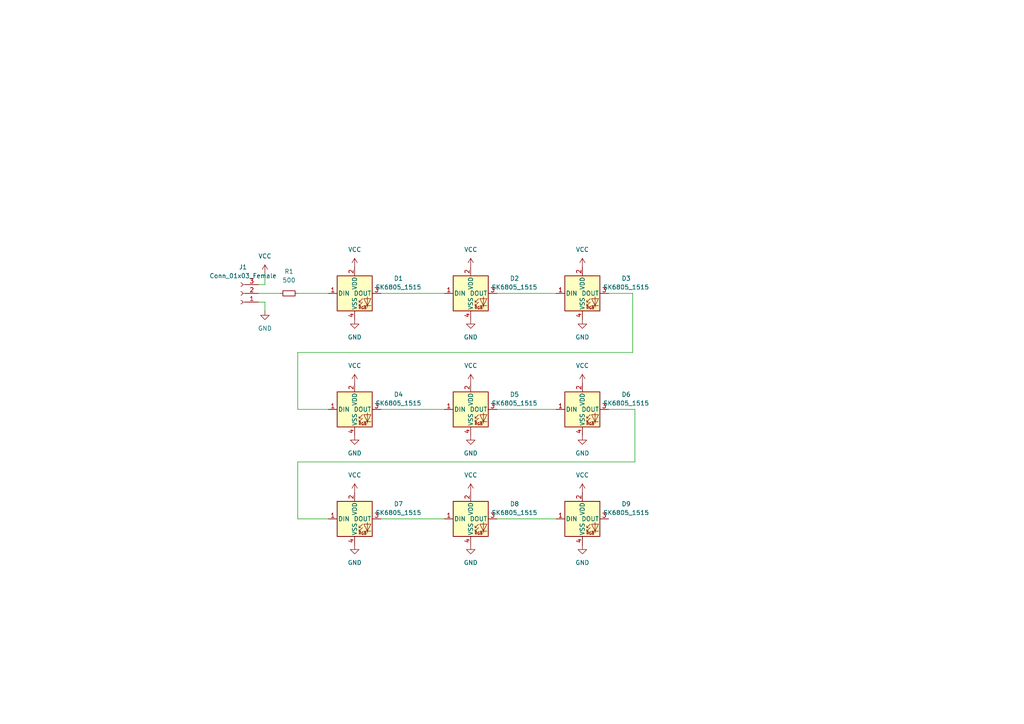
<source format=kicad_sch>
(kicad_sch (version 20211123) (generator eeschema)
  (paper "A4")
  (title_block (title "<<ID>>_<<project_name>>") (date "<<date>>") (rev "<<version>>") (comment 4 "<<hash>>"))
  (lib_symbols
    (symbol "Connector:Conn_01x03_Female" (pin_names (offset 1.016) hide)
      (property "Reference" "J" (at 0 5.08 0))
      (property "Value" "Conn_01x03_Female" (at 0 -5.08 0))
      (symbol "Conn_01x03_Female_1_1"
        (arc (start 0 -2.032) (mid -0.508 -2.54) (end 0 -3.048) (stroke (width 0.1524)))
        (polyline (pts (xy -1.27 -2.54) (xy -0.508 -2.54)) (stroke (width 0.1524)))
        (polyline (pts (xy -1.27 0) (xy -0.508 0)) (stroke (width 0.1524)))
        (polyline (pts (xy -1.27 2.54) (xy -0.508 2.54)) (stroke (width 0.1524)))
        (arc (start 0 0.508) (mid -0.508 0) (end 0 -0.508) (stroke (width 0.1524)))
        (arc (start 0 3.048) (mid -0.508 2.54) (end 0 2.032) (stroke (width 0.1524)))
        (pin passive line (at -5.08 2.54 0) (length 3.81) (name "Pin_1") (number "1"))
        (pin passive line (at -5.08 0 0) (length 3.81) (name "Pin_2") (number "2"))
        (pin passive line (at -5.08 -2.54 0) (length 3.81) (name "Pin_3") (number "3"))
      )
    )
    (symbol "Device:R_Small" (pin_numbers hide) (pin_names (offset 0.254) hide)
      (property "Reference" "R" (at 0.762 0.508 0))
      (property "Value" "R_Small" (at 0.762 -1.016 0))
      (symbol "R_Small_0_1"
        (rectangle (start -0.762 1.778) (end 0.762 -1.778) (stroke (width 0.2032)))
      )
      (symbol "R_Small_1_1"
        (pin passive line (at 0 2.54 270) (length 0.762) (name "~") (number "1"))
        (pin passive line (at 0 -2.54 90) (length 0.762) (name "~") (number "2"))
      )
    )
    (symbol "LED_custom:SK6805_1515" (pin_names (offset 0.254))
      (property "Reference" "D" (at 5.08 5.715 0))
      (property "Value" "SK6805_1515" (at 1.27 -5.715 0))
      (symbol "SK6805_1515_0_0"
        (text "RGB" (at 2.286 -4.191 0) (effects (font (size 0.762 0.762))))
      )
      (symbol "SK6805_1515_0_1"
        (polyline (pts (xy 1.27 -3.556) (xy 1.778 -3.556)))
        (polyline (pts (xy 1.27 -2.54) (xy 1.778 -2.54)))
        (polyline (pts (xy 4.699 -3.556) (xy 2.667 -3.556)))
        (polyline (pts (xy 2.286 -2.54) (xy 1.27 -3.556) (xy 1.27 -3.048)))
        (polyline (pts (xy 2.286 -1.524) (xy 1.27 -2.54) (xy 1.27 -2.032)))
        (polyline (pts (xy 3.683 -1.016) (xy 3.683 -3.556) (xy 3.683 -4.064)))
        (polyline (pts (xy 4.699 -1.524) (xy 2.667 -1.524) (xy 3.683 -3.556) (xy 4.699 -1.524)))
        (rectangle (start 5.08 5.08) (end -5.08 -5.08) (stroke (width 0.254)) (fill (type background)))
      )
      (symbol "SK6805_1515_1_1"
        (pin input line (at -7.62 0 0) (length 2.54) (name "DIN") (number "1"))
        (pin power_in line (at 0 7.62 270) (length 2.54) (name "VDD") (number "2"))
        (pin output line (at 7.62 0 180) (length 2.54) (name "DOUT") (number "3"))
        (pin power_in line (at 0 -7.62 90) (length 2.54) (name "VSS") (number "4"))
      )
    )
    (symbol "power:GND" (power) (pin_names (offset 0))
      (property "Value" "GND" (at 0 -3.81 0))
      (symbol "GND_0_1"
        (polyline (pts (xy 0 0) (xy 0 -1.27) (xy 1.27 -1.27) (xy 0 -2.54) (xy -1.27 -1.27) (xy 0 -1.27)))
      )
      (symbol "GND_1_1"
        (pin power_in line (at 0 0 270) (length 0) hide (name "GND") (number "1"))
      )
    )
    (symbol "power:VCC" (power) (pin_names (offset 0))
      (property "Value" "VCC" (at 0 3.81 0))
      (symbol "VCC_0_1"
        (polyline (pts (xy -0.762 1.27) (xy 0 2.54)))
        (polyline (pts (xy 0 0) (xy 0 2.54)))
        (polyline (pts (xy 0 2.54) (xy 0.762 1.27)))
      )
      (symbol "VCC_1_1"
        (pin power_in line (at 0 0 90) (length 0) hide (name "VCC") (number "1"))
      )
    )
  )
  (wire (pts (xy 86.36 150.495) (xy 95.25 150.495)))
  (wire (pts (xy 86.36 118.745) (xy 95.25 118.745)))
  (wire (pts (xy 110.49 118.745) (xy 128.905 118.745)))
  (wire (pts (xy 144.145 118.745) (xy 161.29 118.745)))
  (wire (pts (xy 184.15 133.985) (xy 86.36 133.985)))
  (wire (pts (xy 183.515 102.235) (xy 86.36 102.235)))
  (wire (pts (xy 176.53 85.09) (xy 183.515 85.09)))
  (wire (pts (xy 86.36 133.985) (xy 86.36 150.495)))
  (wire (pts (xy 74.93 85.09) (xy 81.28 85.09)))
  (wire (pts (xy 110.49 150.495) (xy 128.905 150.495)))
  (wire (pts (xy 184.15 118.745) (xy 184.15 133.985)))
  (wire (pts (xy 86.36 102.235) (xy 86.36 118.745)))
  (wire (pts (xy 76.835 87.63) (xy 74.93 87.63)))
  (wire (pts (xy 176.53 118.745) (xy 184.15 118.745)))
  (wire (pts (xy 76.835 90.17) (xy 76.835 87.63)))
  (wire (pts (xy 86.36 85.09) (xy 95.25 85.09)))
  (wire (pts (xy 110.49 85.09) (xy 128.905 85.09)))
  (wire (pts (xy 144.145 150.495) (xy 161.29 150.495)))
  (wire (pts (xy 76.835 82.55) (xy 76.835 79.375)))
  (wire (pts (xy 183.515 85.09) (xy 183.515 102.235)))
  (wire (pts (xy 144.145 85.09) (xy 161.29 85.09)))
  (wire (pts (xy 74.93 82.55) (xy 76.835 82.55)))
  (symbol (lib_id "power:GND") (at 136.525 158.115 0) (unit 1)
    (property "Reference" "#PWR0113" (effects hide))
    (property "Value" "GND" (at 136.525 163.195 0))
  )
  (symbol (lib_id "LED_custom:SK6805_1515") (at 102.87 118.745 0) (unit 1)
    (property "Reference" "D4" (at 115.57 114.4143 0))
    (property "Value" "SK6805_1515" (at 115.57 116.9543 0))
    (property "Footprint" "LED_SMD:LED_SK6812_EC15_1.5x1.5mm" (effects hide))
    (property "Datasheet" "https://datasheet.lcsc.com/lcsc/2108251530_OPSCO-Optoelectronics-SK6805-EC15_C2890035.pdf" (effects hide))
  )
  (symbol (lib_id "power:VCC") (at 102.87 77.47 0) (unit 1)
    (property "Reference" "#PWR0101" (effects hide))
    (property "Value" "VCC" (at 102.87 72.39 0))
  )
  (symbol (lib_id "LED_custom:SK6805_1515") (at 136.525 85.09 0) (unit 1)
    (property "Reference" "D2" (at 149.225 80.7593 0))
    (property "Value" "SK6805_1515" (at 149.225 83.2993 0))
    (property "Footprint" "LED_SMD:LED_SK6812_EC15_1.5x1.5mm" (effects hide))
    (property "Datasheet" "https://datasheet.lcsc.com/lcsc/2108251530_OPSCO-Optoelectronics-SK6805-EC15_C2890035.pdf" (effects hide))
  )
  (symbol (lib_id "power:VCC") (at 136.525 77.47 0) (unit 1)
    (property "Reference" "#PWR0117" (effects hide))
    (property "Value" "VCC" (at 136.525 72.39 0))
  )
  (symbol (lib_id "power:GND") (at 102.87 126.365 0) (unit 1)
    (property "Reference" "#PWR0105" (effects hide))
    (property "Value" "GND" (at 102.87 131.445 0))
  )
  (symbol (lib_id "LED_custom:SK6805_1515") (at 136.525 150.495 0) (unit 1)
    (property "Reference" "D8" (at 149.225 146.1643 0))
    (property "Value" "SK6805_1515" (at 149.225 148.7043 0))
    (property "Footprint" "LED_SMD:LED_SK6812_EC15_1.5x1.5mm" (effects hide))
    (property "Datasheet" "https://datasheet.lcsc.com/lcsc/2108251530_OPSCO-Optoelectronics-SK6805-EC15_C2890035.pdf" (effects hide))
  )
  (symbol (lib_id "power:VCC") (at 136.525 111.125 0) (unit 1)
    (property "Reference" "#PWR0116" (effects hide))
    (property "Value" "VCC" (at 136.525 106.045 0))
  )
  (symbol (lib_id "Connector:Conn_01x03_Female") (at 69.85 85.09 180) (unit 1)
    (property "Reference" "J1" (at 70.485 77.47 0))
    (property "Value" "Conn_01x03_Female" (at 70.485 80.01 0))
    (property "Footprint" "Connector_PinHeader_2.54mm:PinHeader_1x03_P2.54mm_Vertical" (effects hide))
  )
  (symbol (lib_id "power:GND") (at 102.87 158.115 0) (unit 1)
    (property "Reference" "#PWR0109" (effects hide))
    (property "Value" "GND" (at 102.87 163.195 0))
  )
  (symbol (lib_id "power:GND") (at 168.91 92.71 0) (unit 1)
    (property "Reference" "#PWR0106" (effects hide))
    (property "Value" "GND" (at 168.91 97.79 0))
  )
  (symbol (lib_id "power:VCC") (at 102.87 111.125 0) (unit 1)
    (property "Reference" "#PWR0118" (effects hide))
    (property "Value" "VCC" (at 102.87 106.045 0))
  )
  (symbol (lib_id "power:GND") (at 168.91 126.365 0) (unit 1)
    (property "Reference" "#PWR0110" (effects hide))
    (property "Value" "GND" (at 168.91 131.445 0))
  )
  (symbol (lib_id "power:GND") (at 136.525 92.71 0) (unit 1)
    (property "Reference" "#PWR0115" (effects hide))
    (property "Value" "GND" (at 136.525 97.79 0))
  )
  (symbol (lib_id "power:GND") (at 136.525 126.365 0) (unit 1)
    (property "Reference" "#PWR0103" (effects hide))
    (property "Value" "GND" (at 136.525 131.445 0))
  )
  (symbol (lib_id "power:GND") (at 76.835 90.17 0) (unit 1)
    (property "Reference" "#PWR0120" (effects hide))
    (property "Value" "GND" (at 76.835 95.25 0))
  )
  (symbol (lib_id "LED_custom:SK6805_1515") (at 168.91 118.745 0) (unit 1)
    (property "Reference" "D6" (at 181.61 114.4143 0))
    (property "Value" "SK6805_1515" (at 181.61 116.9543 0))
    (property "Footprint" "LED_SMD:LED_SK6812_EC15_1.5x1.5mm" (effects hide))
    (property "Datasheet" "https://datasheet.lcsc.com/lcsc/2108251530_OPSCO-Optoelectronics-SK6805-EC15_C2890035.pdf" (effects hide))
  )
  (symbol (lib_id "power:VCC") (at 168.91 142.875 0) (unit 1)
    (property "Reference" "#PWR0111" (effects hide))
    (property "Value" "VCC" (at 168.91 137.795 0))
  )
  (symbol (lib_id "Device:R_Small") (at 83.82 85.09 90) (unit 1)
    (property "Reference" "R1" (at 83.82 78.74 90))
    (property "Value" "500" (at 83.82 81.28 90))
    (property "Footprint" "Resistor_SMD:R_0805_2012Metric" (effects hide))
  )
  (symbol (lib_id "LED_custom:SK6805_1515") (at 168.91 85.09 0) (unit 1)
    (property "Reference" "D3" (at 181.61 80.7593 0))
    (property "Value" "SK6805_1515" (at 181.61 83.2993 0))
    (property "Footprint" "LED_SMD:LED_SK6812_EC15_1.5x1.5mm" (effects hide))
    (property "Datasheet" "https://datasheet.lcsc.com/lcsc/2108251530_OPSCO-Optoelectronics-SK6805-EC15_C2890035.pdf" (effects hide))
  )
  (symbol (lib_id "power:VCC") (at 102.87 142.875 0) (unit 1)
    (property "Reference" "#PWR0108" (effects hide))
    (property "Value" "VCC" (at 102.87 137.795 0))
  )
  (symbol (lib_id "power:VCC") (at 136.525 142.875 0) (unit 1)
    (property "Reference" "#PWR0112" (effects hide))
    (property "Value" "VCC" (at 136.525 137.795 0))
  )
  (symbol (lib_id "LED_custom:SK6805_1515") (at 102.87 150.495 0) (unit 1)
    (property "Reference" "D7" (at 115.57 146.1643 0))
    (property "Value" "SK6805_1515" (at 115.57 148.7043 0))
    (property "Footprint" "LED_SMD:LED_SK6812_EC15_1.5x1.5mm" (effects hide))
    (property "Datasheet" "https://datasheet.lcsc.com/lcsc/2108251530_OPSCO-Optoelectronics-SK6805-EC15_C2890035.pdf" (effects hide))
  )
  (symbol (lib_id "LED_custom:SK6805_1515") (at 102.87 85.09 0) (unit 1)
    (property "Reference" "D1" (at 115.57 80.7593 0))
    (property "Value" "SK6805_1515" (at 115.57 83.2993 0))
    (property "Footprint" "LED_SMD:LED_SK6812_EC15_1.5x1.5mm" (effects hide))
    (property "Datasheet" "https://datasheet.lcsc.com/lcsc/2108251530_OPSCO-Optoelectronics-SK6805-EC15_C2890035.pdf" (effects hide))
  )
  (symbol (lib_id "LED_custom:SK6805_1515") (at 136.525 118.745 0) (unit 1)
    (property "Reference" "D5" (at 149.225 114.4143 0))
    (property "Value" "SK6805_1515" (at 149.225 116.9543 0))
    (property "Footprint" "LED_SMD:LED_SK6812_EC15_1.5x1.5mm" (effects hide))
    (property "Datasheet" "https://datasheet.lcsc.com/lcsc/2108251530_OPSCO-Optoelectronics-SK6805-EC15_C2890035.pdf" (effects hide))
  )
  (symbol (lib_id "LED_custom:SK6805_1515") (at 168.91 150.495 0) (unit 1)
    (property "Reference" "D9" (at 181.61 146.1643 0))
    (property "Value" "SK6805_1515" (at 181.61 148.7043 0))
    (property "Footprint" "LED_SMD:LED_SK6812_EC15_1.5x1.5mm" (effects hide))
    (property "Datasheet" "https://datasheet.lcsc.com/lcsc/2108251530_OPSCO-Optoelectronics-SK6805-EC15_C2890035.pdf" (effects hide))
  )
  (symbol (lib_id "power:VCC") (at 76.835 79.375 0) (unit 1)
    (property "Reference" "#PWR0119" (effects hide))
    (property "Value" "VCC" (at 76.835 74.295 0))
  )
  (symbol (lib_id "power:GND") (at 168.91 158.115 0) (unit 1)
    (property "Reference" "#PWR0114" (effects hide))
    (property "Value" "GND" (at 168.91 163.195 0))
  )
  (symbol (lib_id "power:GND") (at 102.87 92.71 0) (unit 1)
    (property "Reference" "#PWR0102" (effects hide))
    (property "Value" "GND" (at 102.87 97.79 0))
  )
  (symbol (lib_id "power:VCC") (at 168.91 77.47 0) (unit 1)
    (property "Reference" "#PWR0107" (effects hide))
    (property "Value" "VCC" (at 168.91 72.39 0))
  )
  (symbol (lib_id "power:VCC") (at 168.91 111.125 0) (unit 1)
    (property "Reference" "#PWR0104" (effects hide))
    (property "Value" "VCC" (at 168.91 106.045 0))
  )
)
</source>
